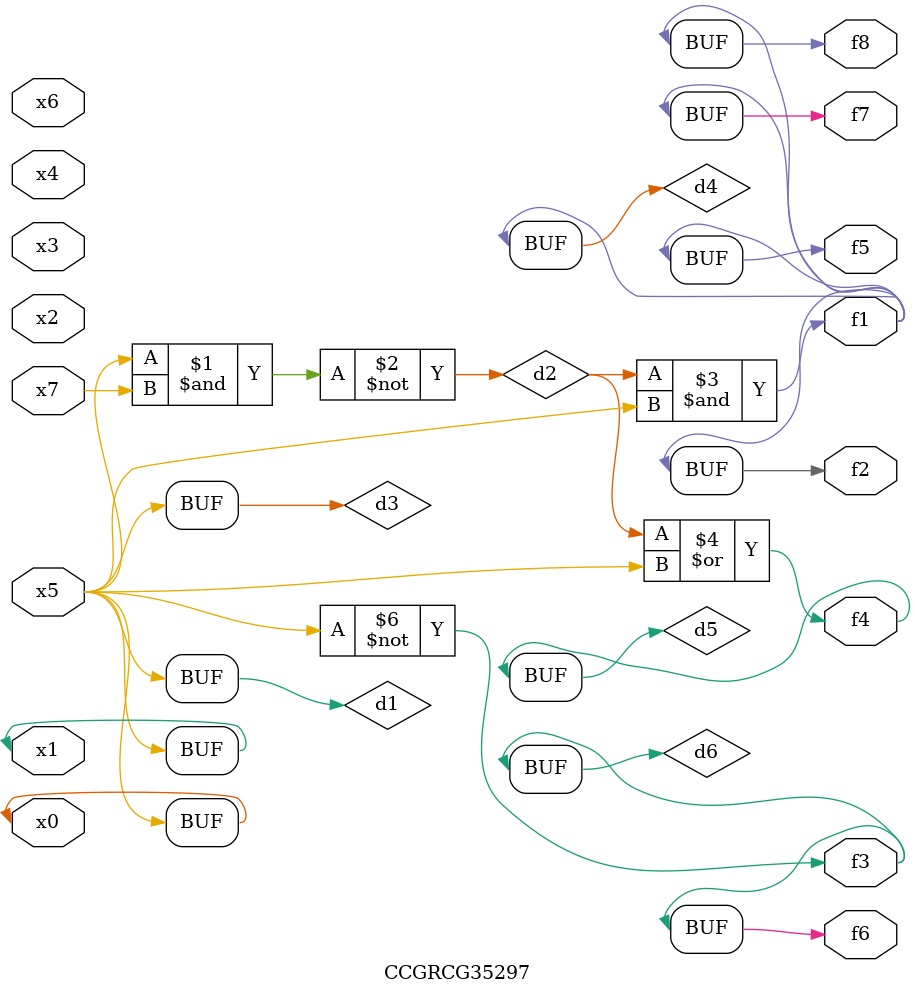
<source format=v>
module CCGRCG35297(
	input x0, x1, x2, x3, x4, x5, x6, x7,
	output f1, f2, f3, f4, f5, f6, f7, f8
);

	wire d1, d2, d3, d4, d5, d6;

	buf (d1, x0, x5);
	nand (d2, x5, x7);
	buf (d3, x0, x1);
	and (d4, d2, d3);
	or (d5, d2, d3);
	nor (d6, d1, d3);
	assign f1 = d4;
	assign f2 = d4;
	assign f3 = d6;
	assign f4 = d5;
	assign f5 = d4;
	assign f6 = d6;
	assign f7 = d4;
	assign f8 = d4;
endmodule

</source>
